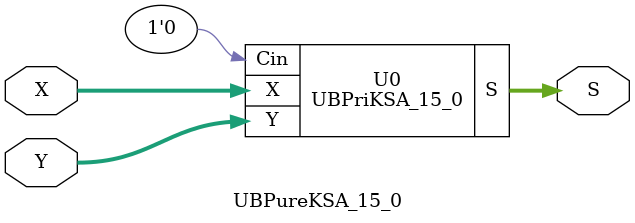
<source format=v>
/*----------------------------------------------------------------------------
  Copyright (c) 2004 Aoki laboratory. All rights reserved.

  Top module: KS_16b

  Operand-1 length: 16
  Operand-2 length: 16
  Two-operand addition algorithm: Kogge-Stone adder
----------------------------------------------------------------------------*/

module GPGenerator(Go, Po, A, B);
  output Go;
  output Po;
  input A;
  input B;
  assign Go = A & B;
  assign Po = A ^ B;
endmodule

module CarryOperator(Go, Po, Gi1, Pi1, Gi2, Pi2);
  output Go;
  output Po;
  input Gi1;
  input Gi2;
  input Pi1;
  input Pi2;
  assign Go = Gi1 | ( Gi2 & Pi1 );
  assign Po = Pi1 & Pi2;
endmodule

module UBPriKSA_15_0(S, X, Y, Cin);
  output [16:0] S;
  input Cin;
  input [15:0] X;
  input [15:0] Y;
  wire [15:0] G0;
  wire [15:0] G1;
  wire [15:0] G2;
  wire [15:0] G3;
  wire [15:0] G4;
  wire [15:0] P0;
  wire [15:0] P1;
  wire [15:0] P2;
  wire [15:0] P3;
  wire [15:0] P4;
  assign P1[0] = P0[0];
  assign G1[0] = G0[0];
  assign P2[0] = P1[0];
  assign G2[0] = G1[0];
  assign P2[1] = P1[1];
  assign G2[1] = G1[1];
  assign P3[0] = P2[0];
  assign G3[0] = G2[0];
  assign P3[1] = P2[1];
  assign G3[1] = G2[1];
  assign P3[2] = P2[2];
  assign G3[2] = G2[2];
  assign P3[3] = P2[3];
  assign G3[3] = G2[3];
  assign P4[0] = P3[0];
  assign G4[0] = G3[0];
  assign P4[1] = P3[1];
  assign G4[1] = G3[1];
  assign P4[2] = P3[2];
  assign G4[2] = G3[2];
  assign P4[3] = P3[3];
  assign G4[3] = G3[3];
  assign P4[4] = P3[4];
  assign G4[4] = G3[4];
  assign P4[5] = P3[5];
  assign G4[5] = G3[5];
  assign P4[6] = P3[6];
  assign G4[6] = G3[6];
  assign P4[7] = P3[7];
  assign G4[7] = G3[7];
  assign S[0] = Cin ^ P0[0];
  assign S[1] = ( G4[0] | ( P4[0] & Cin ) ) ^ P0[1];
  assign S[2] = ( G4[1] | ( P4[1] & Cin ) ) ^ P0[2];
  assign S[3] = ( G4[2] | ( P4[2] & Cin ) ) ^ P0[3];
  assign S[4] = ( G4[3] | ( P4[3] & Cin ) ) ^ P0[4];
  assign S[5] = ( G4[4] | ( P4[4] & Cin ) ) ^ P0[5];
  assign S[6] = ( G4[5] | ( P4[5] & Cin ) ) ^ P0[6];
  assign S[7] = ( G4[6] | ( P4[6] & Cin ) ) ^ P0[7];
  assign S[8] = ( G4[7] | ( P4[7] & Cin ) ) ^ P0[8];
  assign S[9] = ( G4[8] | ( P4[8] & Cin ) ) ^ P0[9];
  assign S[10] = ( G4[9] | ( P4[9] & Cin ) ) ^ P0[10];
  assign S[11] = ( G4[10] | ( P4[10] & Cin ) ) ^ P0[11];
  assign S[12] = ( G4[11] | ( P4[11] & Cin ) ) ^ P0[12];
  assign S[13] = ( G4[12] | ( P4[12] & Cin ) ) ^ P0[13];
  assign S[14] = ( G4[13] | ( P4[13] & Cin ) ) ^ P0[14];
  assign S[15] = ( G4[14] | ( P4[14] & Cin ) ) ^ P0[15];
  assign S[16] = G4[15] | ( P4[15] & Cin );
  GPGenerator U0 (G0[0], P0[0], X[0], Y[0]);
  GPGenerator U1 (G0[1], P0[1], X[1], Y[1]);
  GPGenerator U2 (G0[2], P0[2], X[2], Y[2]);
  GPGenerator U3 (G0[3], P0[3], X[3], Y[3]);
  GPGenerator U4 (G0[4], P0[4], X[4], Y[4]);
  GPGenerator U5 (G0[5], P0[5], X[5], Y[5]);
  GPGenerator U6 (G0[6], P0[6], X[6], Y[6]);
  GPGenerator U7 (G0[7], P0[7], X[7], Y[7]);
  GPGenerator U8 (G0[8], P0[8], X[8], Y[8]);
  GPGenerator U9 (G0[9], P0[9], X[9], Y[9]);
  GPGenerator U10 (G0[10], P0[10], X[10], Y[10]);
  GPGenerator U11 (G0[11], P0[11], X[11], Y[11]);
  GPGenerator U12 (G0[12], P0[12], X[12], Y[12]);
  GPGenerator U13 (G0[13], P0[13], X[13], Y[13]);
  GPGenerator U14 (G0[14], P0[14], X[14], Y[14]);
  GPGenerator U15 (G0[15], P0[15], X[15], Y[15]);
  CarryOperator U16 (G1[1], P1[1], G0[1], P0[1], G0[0], P0[0]);
  CarryOperator U17 (G1[2], P1[2], G0[2], P0[2], G0[1], P0[1]);
  CarryOperator U18 (G1[3], P1[3], G0[3], P0[3], G0[2], P0[2]);
  CarryOperator U19 (G1[4], P1[4], G0[4], P0[4], G0[3], P0[3]);
  CarryOperator U20 (G1[5], P1[5], G0[5], P0[5], G0[4], P0[4]);
  CarryOperator U21 (G1[6], P1[6], G0[6], P0[6], G0[5], P0[5]);
  CarryOperator U22 (G1[7], P1[7], G0[7], P0[7], G0[6], P0[6]);
  CarryOperator U23 (G1[8], P1[8], G0[8], P0[8], G0[7], P0[7]);
  CarryOperator U24 (G1[9], P1[9], G0[9], P0[9], G0[8], P0[8]);
  CarryOperator U25 (G1[10], P1[10], G0[10], P0[10], G0[9], P0[9]);
  CarryOperator U26 (G1[11], P1[11], G0[11], P0[11], G0[10], P0[10]);
  CarryOperator U27 (G1[12], P1[12], G0[12], P0[12], G0[11], P0[11]);
  CarryOperator U28 (G1[13], P1[13], G0[13], P0[13], G0[12], P0[12]);
  CarryOperator U29 (G1[14], P1[14], G0[14], P0[14], G0[13], P0[13]);
  CarryOperator U30 (G1[15], P1[15], G0[15], P0[15], G0[14], P0[14]);
  CarryOperator U31 (G2[2], P2[2], G1[2], P1[2], G1[0], P1[0]);
  CarryOperator U32 (G2[3], P2[3], G1[3], P1[3], G1[1], P1[1]);
  CarryOperator U33 (G2[4], P2[4], G1[4], P1[4], G1[2], P1[2]);
  CarryOperator U34 (G2[5], P2[5], G1[5], P1[5], G1[3], P1[3]);
  CarryOperator U35 (G2[6], P2[6], G1[6], P1[6], G1[4], P1[4]);
  CarryOperator U36 (G2[7], P2[7], G1[7], P1[7], G1[5], P1[5]);
  CarryOperator U37 (G2[8], P2[8], G1[8], P1[8], G1[6], P1[6]);
  CarryOperator U38 (G2[9], P2[9], G1[9], P1[9], G1[7], P1[7]);
  CarryOperator U39 (G2[10], P2[10], G1[10], P1[10], G1[8], P1[8]);
  CarryOperator U40 (G2[11], P2[11], G1[11], P1[11], G1[9], P1[9]);
  CarryOperator U41 (G2[12], P2[12], G1[12], P1[12], G1[10], P1[10]);
  CarryOperator U42 (G2[13], P2[13], G1[13], P1[13], G1[11], P1[11]);
  CarryOperator U43 (G2[14], P2[14], G1[14], P1[14], G1[12], P1[12]);
  CarryOperator U44 (G2[15], P2[15], G1[15], P1[15], G1[13], P1[13]);
  CarryOperator U45 (G3[4], P3[4], G2[4], P2[4], G2[0], P2[0]);
  CarryOperator U46 (G3[5], P3[5], G2[5], P2[5], G2[1], P2[1]);
  CarryOperator U47 (G3[6], P3[6], G2[6], P2[6], G2[2], P2[2]);
  CarryOperator U48 (G3[7], P3[7], G2[7], P2[7], G2[3], P2[3]);
  CarryOperator U49 (G3[8], P3[8], G2[8], P2[8], G2[4], P2[4]);
  CarryOperator U50 (G3[9], P3[9], G2[9], P2[9], G2[5], P2[5]);
  CarryOperator U51 (G3[10], P3[10], G2[10], P2[10], G2[6], P2[6]);
  CarryOperator U52 (G3[11], P3[11], G2[11], P2[11], G2[7], P2[7]);
  CarryOperator U53 (G3[12], P3[12], G2[12], P2[12], G2[8], P2[8]);
  CarryOperator U54 (G3[13], P3[13], G2[13], P2[13], G2[9], P2[9]);
  CarryOperator U55 (G3[14], P3[14], G2[14], P2[14], G2[10], P2[10]);
  CarryOperator U56 (G3[15], P3[15], G2[15], P2[15], G2[11], P2[11]);
  CarryOperator U57 (G4[8], P4[8], G3[8], P3[8], G3[0], P3[0]);
  CarryOperator U58 (G4[9], P4[9], G3[9], P3[9], G3[1], P3[1]);
  CarryOperator U59 (G4[10], P4[10], G3[10], P3[10], G3[2], P3[2]);
  CarryOperator U60 (G4[11], P4[11], G3[11], P3[11], G3[3], P3[3]);
  CarryOperator U61 (G4[12], P4[12], G3[12], P3[12], G3[4], P3[4]);
  CarryOperator U62 (G4[13], P4[13], G3[13], P3[13], G3[5], P3[5]);
  CarryOperator U63 (G4[14], P4[14], G3[14], P3[14], G3[6], P3[6]);
  CarryOperator U64 (G4[15], P4[15], G3[15], P3[15], G3[7], P3[7]);
endmodule

module UBZero_0_0(O);
  output [0:0] O;
  assign O[0] = 0;
endmodule

module KS_16b (X, Y, S);
  output [16:0] S;
  input [15:0] X;
  input [15:0] Y;
  UBPureKSA_15_0 U0 (S[16:0], X[15:0], Y[15:0]);
endmodule

module UBPureKSA_15_0 (S, X, Y);
  output [16:0] S;
  input [15:0] X;
  input [15:0] Y;
  wire C;
  UBPriKSA_15_0 U0 (S, X, Y, 1'b0);
  //UBZero_0_0 U1 (C);
endmodule


</source>
